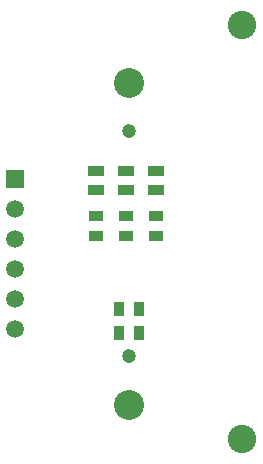
<source format=gbr>
%TF.GenerationSoftware,Altium Limited,Altium Designer,18.0.9 (584)*%
G04 Layer_Color=255*
%FSLAX26Y26*%
%MOIN*%
%TF.FileFunction,Pads,Top*%
%TF.Part,Single*%
G01*
G75*
%TA.AperFunction,SMDPad,CuDef*%
%ADD10R,0.051181X0.033465*%
%ADD11R,0.033465X0.051181*%
%ADD12R,0.053150X0.037402*%
%TA.AperFunction,WasherPad*%
%ADD14C,0.095000*%
%TA.AperFunction,ComponentPad*%
%ADD15R,0.059055X0.059055*%
%ADD16C,0.059055*%
%ADD17C,0.047000*%
%ADD18C,0.100000*%
D10*
X378017Y-799370D02*
D03*
Y-732442D02*
D03*
X478017Y-799370D02*
D03*
Y-732442D02*
D03*
X578017Y-799370D02*
D03*
Y-732442D02*
D03*
D11*
X453937Y-1124803D02*
D03*
X520867D02*
D03*
X453937Y-1044803D02*
D03*
X520867D02*
D03*
D12*
X378017Y-647402D02*
D03*
Y-584409D02*
D03*
X478017Y-647402D02*
D03*
Y-584409D02*
D03*
X578017Y-647402D02*
D03*
Y-584409D02*
D03*
D14*
X866141Y-1476378D02*
D03*
Y-98425D02*
D03*
D15*
X108267Y-610236D02*
D03*
D16*
Y-710236D02*
D03*
Y-810236D02*
D03*
Y-910236D02*
D03*
Y-1010236D02*
D03*
Y-1110236D02*
D03*
D17*
X486529Y-1200906D02*
D03*
X488129Y-452305D02*
D03*
D18*
Y-290406D02*
D03*
Y-1362805D02*
D03*
%TF.MD5,5631defd87085507f141225837c07b6c*%
M02*

</source>
